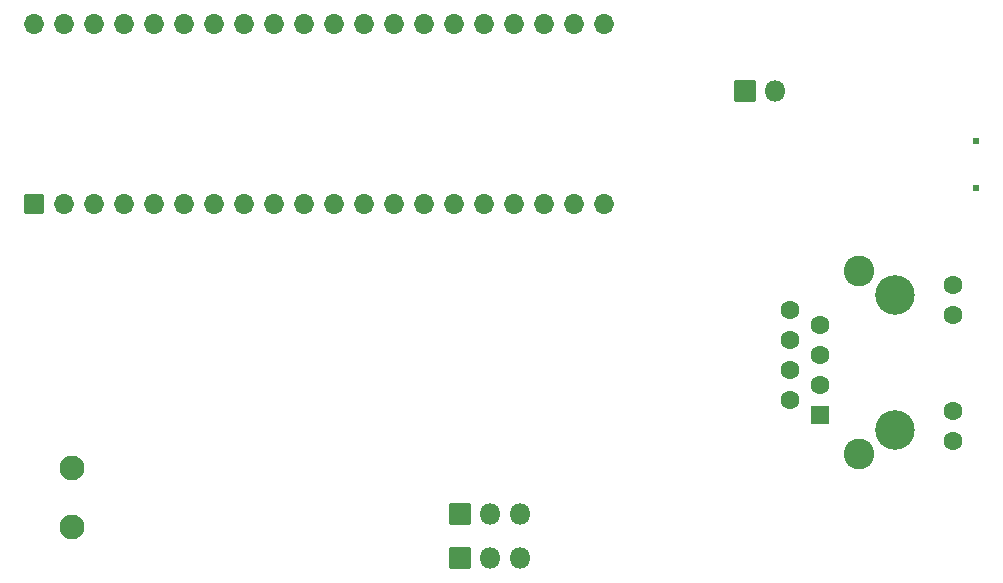
<source format=gbs>
G04 #@! TF.GenerationSoftware,KiCad,Pcbnew,8.0.4*
G04 #@! TF.CreationDate,2024-09-14T16:47:45+09:00*
G04 #@! TF.ProjectId,100base-t1-converter,31303062-6173-4652-9d74-312d636f6e76,rev?*
G04 #@! TF.SameCoordinates,Original*
G04 #@! TF.FileFunction,Soldermask,Bot*
G04 #@! TF.FilePolarity,Negative*
%FSLAX46Y46*%
G04 Gerber Fmt 4.6, Leading zero omitted, Abs format (unit mm)*
G04 Created by KiCad (PCBNEW 8.0.4) date 2024-09-14 16:47:45*
%MOMM*%
%LPD*%
G01*
G04 APERTURE LIST*
G04 Aperture macros list*
%AMRoundRect*
0 Rectangle with rounded corners*
0 $1 Rounding radius*
0 $2 $3 $4 $5 $6 $7 $8 $9 X,Y pos of 4 corners*
0 Add a 4 corners polygon primitive as box body*
4,1,4,$2,$3,$4,$5,$6,$7,$8,$9,$2,$3,0*
0 Add four circle primitives for the rounded corners*
1,1,$1+$1,$2,$3*
1,1,$1+$1,$4,$5*
1,1,$1+$1,$6,$7*
1,1,$1+$1,$8,$9*
0 Add four rect primitives between the rounded corners*
20,1,$1+$1,$2,$3,$4,$5,0*
20,1,$1+$1,$4,$5,$6,$7,0*
20,1,$1+$1,$6,$7,$8,$9,0*
20,1,$1+$1,$8,$9,$2,$3,0*%
G04 Aperture macros list end*
%ADD10C,1.602000*%
%ADD11C,2.602000*%
%ADD12RoundRect,0.267534X0.533466X-0.533466X0.533466X0.533466X-0.533466X0.533466X-0.533466X-0.533466X0*%
%ADD13C,3.352000*%
%ADD14C,2.102000*%
%ADD15O,1.802000X1.802000*%
%ADD16RoundRect,0.051000X0.850000X-0.850000X0.850000X0.850000X-0.850000X0.850000X-0.850000X-0.850000X0*%
%ADD17C,0.602000*%
%ADD18RoundRect,0.051000X0.800000X-0.800000X0.800000X0.800000X-0.800000X0.800000X-0.800000X-0.800000X0*%
%ADD19O,1.702000X1.702000*%
G04 APERTURE END LIST*
D10*
G04 #@! TO.C,J5*
X246210000Y-98155000D03*
X246210000Y-95615000D03*
X246210000Y-106325000D03*
X246210000Y-108865000D03*
D11*
X238260000Y-94495000D03*
D10*
X232410000Y-97800000D03*
D11*
X238260000Y-109985000D03*
D10*
X234950000Y-99060000D03*
X232410000Y-100340000D03*
X234950000Y-101600000D03*
X232410000Y-102880000D03*
X234950000Y-104140000D03*
X232410000Y-105420000D03*
D12*
X234950000Y-106680000D03*
D13*
X241310000Y-107955000D03*
X241310000Y-96525000D03*
G04 #@! TD*
D14*
G04 #@! TO.C,J1*
X171600000Y-111100000D03*
X171600000Y-116100000D03*
G04 #@! TD*
D15*
G04 #@! TO.C,J2*
X209540000Y-118800000D03*
X207000000Y-118800000D03*
D16*
X204460000Y-118800000D03*
G04 #@! TD*
G04 #@! TO.C,J3*
X204460000Y-115000000D03*
D15*
X207000000Y-115000000D03*
X209540000Y-115000000D03*
G04 #@! TD*
D16*
G04 #@! TO.C,J4*
X228600000Y-79200000D03*
D15*
X231140000Y-79200000D03*
G04 #@! TD*
D17*
G04 #@! TO.C,J6*
X248120000Y-83420000D03*
X248120000Y-87420000D03*
G04 #@! TD*
D18*
G04 #@! TO.C,U3*
X168400000Y-88800000D03*
D19*
X216660000Y-73560000D03*
X170940000Y-88800000D03*
X214120000Y-73560000D03*
X173480000Y-88800000D03*
X211580000Y-73560000D03*
X176020000Y-88800000D03*
X209040000Y-73560000D03*
X178560000Y-88800000D03*
X206500000Y-73560000D03*
X181100000Y-88800000D03*
X203960000Y-73560000D03*
X183640000Y-88800000D03*
X201420000Y-73560000D03*
X186180000Y-88800000D03*
X198880000Y-73560000D03*
X188720000Y-88800000D03*
X196340000Y-73560000D03*
X191260000Y-88800000D03*
X193800000Y-73560000D03*
X193800000Y-88800000D03*
X191260000Y-73560000D03*
X196340000Y-88800000D03*
X188720000Y-73560000D03*
X198880000Y-88800000D03*
X186180000Y-73560000D03*
X201420000Y-88800000D03*
X183640000Y-73560000D03*
X203960000Y-88800000D03*
X181100000Y-73560000D03*
X206500000Y-88800000D03*
X178560000Y-73560000D03*
X209040000Y-88800000D03*
X176020000Y-73560000D03*
X211580000Y-88800000D03*
X173480000Y-73560000D03*
X214120000Y-88800000D03*
X170940000Y-73560000D03*
X216660000Y-88800000D03*
X168400000Y-73560000D03*
G04 #@! TD*
M02*

</source>
